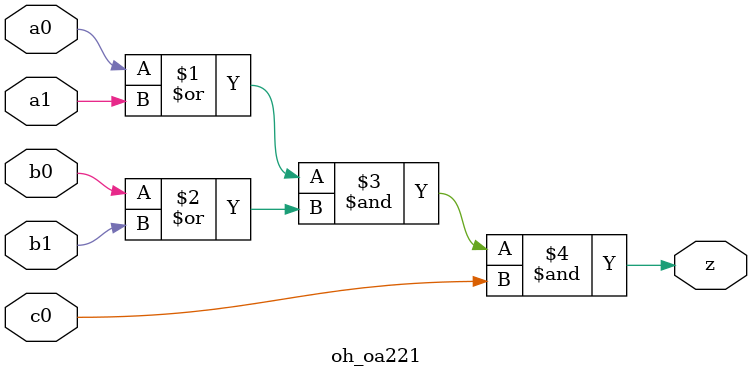
<source format=v>

module oh_oa221 #(parameter DW = 1 ) // array width
   (
    input [DW-1:0]  a0,
    input [DW-1:0]  a1,
    input [DW-1:0]  b0,
    input [DW-1:0]  b1,
    input [DW-1:0]  c0, 
    output [DW-1:0] z
    );
   
   assign z = (a0 | a1) & (b0 | b1) & (c0);
   
endmodule

</source>
